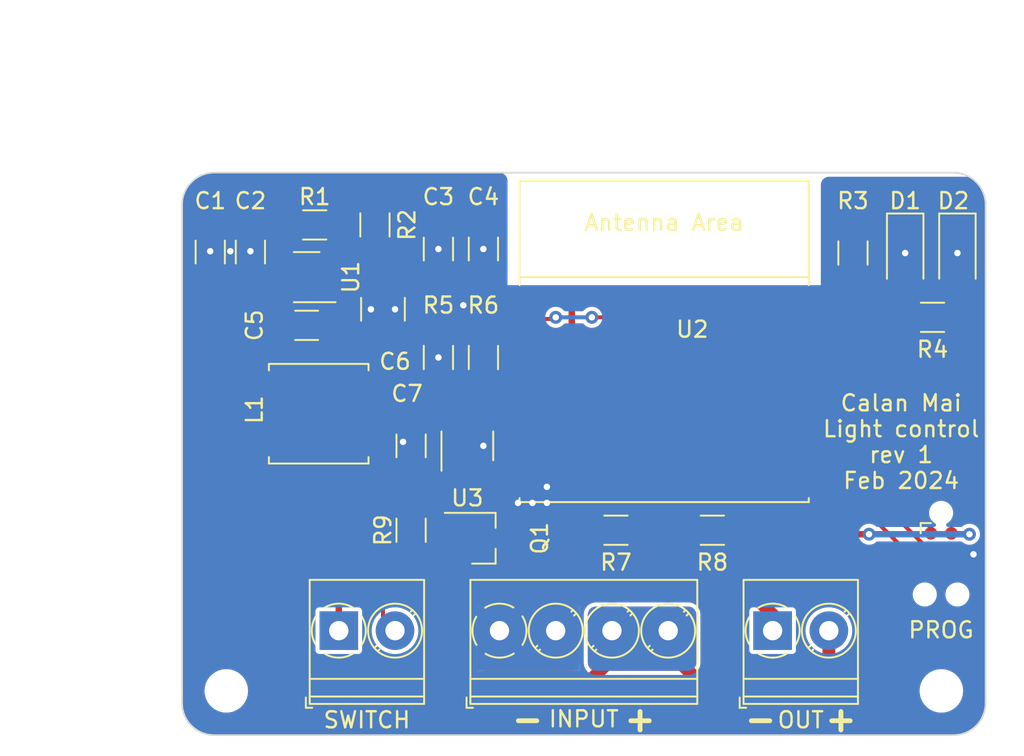
<source format=kicad_pcb>
(kicad_pcb (version 20221018) (generator pcbnew)
  (layers (0 "F.Cu" signal) (31 "B.Cu" signal) (34 "B.Paste" user) (35 "F.Paste" user) (36 "B.SilkS" user "B.Silkscreen") (37 "F.SilkS" user "F.Silkscreen") (38 "B.Mask" user) (39 "F.Mask" user) (44 "Edge.Cuts" user))
  (net 0 "")
  (net 1 "+12V")
  (net 2 "GND")
  (net 3 "VCC")
  (net 4 "/STATE")
  (net 5 "/CONTROL")
  (net 6 "/OUT")
  (net 7 "/CB")
  (net 8 "/SW")
  (net 9 "/FB")
  (net 10 "/EN")
  (net 11 "/TXD")
  (net 12 "/RXD")
  (net 13 "/INPUT")
  (net 14 "Net-(D1-A)")
  (net 15 "Net-(D2-A)")
  (net 16 "/BOOT")
  (net 17 "/IO6")
  (net 18 "/IO8")
  (net 19 "Net-(U2-GPIO2{slash}ADC1_CH2)")
  (net 20 "Net-(U2-GPIO3{slash}ADC1_CH3)")
  (net 26 "Net-(Q1-G)")
  (footprint "Capacitor_SMD:C_1206_3216Metric_Pad1.33x1.80mm_HandSolder" (layer "F.Cu") (at 104.25 54.9375 90)
    (fp_text reference "C2" (at 3.1875 0 180) (layer "F.SilkS"))
    (fp_text value "0.1uF")
    (fp_line (start -0.711252 -0.91) (end 0.711252 -0.91) (stroke (width 0.12)) (layer "F.SilkS"))
    (fp_line (start -0.711252 0.91) (end 0.711252 0.91) (stroke (width 0.12)) (layer "F.SilkS"))
    (pad "1" smd roundrect (at -1.5625 0 90) (size 1.325 1.8) (layers "F.Cu" "F.Paste" "F.Mask") (roundrect_rratio 0.188679) (net 1 "+12V"))
    (pad "2" smd roundrect (at 1.5625 0 90) (size 1.325 1.8) (layers "F.Cu" "F.Paste" "F.Mask") (roundrect_rratio 0.188679) (net 2 "GND"))
  )
  (footprint "Package_TO_SOT_SMD:SOT-23_Handsoldering" (layer "F.Cu") (at 118.75 72.75)
    (fp_text reference "Q1" (at 3.5 0 -90) (layer "F.SilkS"))
    (fp_text value "BSS806")
    (fp_line (start 0.76 -1.58) (end -2.4 -1.58) (stroke (width 0.12)) (layer "F.SilkS"))
    (fp_line (start 0.76 -1.58) (end 0.76 -0.65) (stroke (width 0.12)) (layer "F.SilkS"))
    (fp_line (start 0.76 1.58) (end -0.7 1.58) (stroke (width 0.12)) (layer "F.SilkS"))
    (fp_line (start 0.76 1.58) (end 0.76 0.65) (stroke (width 0.12)) (layer "F.SilkS"))
    (pad "1" smd rect (at -1.5 -0.95) (size 1.9 0.8) (layers "F.Cu" "F.Paste" "F.Mask") (net 26 "Net-(Q1-G)"))
    (pad "2" smd rect (at -1.5 0.95) (size 1.9 0.8) (layers "F.Cu" "F.Paste" "F.Mask") (net 2 "GND"))
    (pad "3" smd rect (at 1.5 0) (size 1.9 0.8) (layers "F.Cu" "F.Paste" "F.Mask") (net 6 "/OUT"))
  )
  (footprint "Capacitor_SMD:C_1210_3225Metric_Pad1.33x2.70mm_HandSolder" (layer "F.Cu") (at 112.5 58.5 90)
    (fp_text reference "C6" (at -3.25 0.75) (layer "F.SilkS"))
    (fp_text value "10uF")
    (fp_line (start -0.711252 -1.36) (end 0.711252 -1.36) (stroke (width 0.12)) (layer "F.SilkS"))
    (fp_line (start -0.711252 1.36) (end 0.711252 1.36) (stroke (width 0.12)) (layer "F.SilkS"))
    (pad "1" smd roundrect (at -1.5625 0 90) (size 1.325 2.7) (layers "F.Cu" "F.Paste" "F.Mask") (roundrect_rratio 0.188679) (net 3 "VCC"))
    (pad "2" smd roundrect (at 1.5625 0 90) (size 1.325 2.7) (layers "F.Cu" "F.Paste" "F.Mask") (roundrect_rratio 0.188679) (net 2 "GND"))
  )
  (footprint "Package_TO_SOT_SMD:SOT-23-5_HandSoldering" (layer "F.Cu") (at 117.75 67 90)
    (fp_text reference "U3" (at -3.25 0) (layer "F.SilkS"))
    (fp_text value "74LVC1G86" hide)
    (fp_line (start -0.9 1.61) (end 0.9 1.61) (stroke (width 0.12)) (layer "F.SilkS"))
    (fp_line (start 0.9 -1.61) (end -1.55 -1.61) (stroke (width 0.12)) (layer "F.SilkS"))
    (pad "1" smd rect (at -1.35 -0.95 90) (size 1.56 0.65) (layers "F.Cu" "F.Paste" "F.Mask") (net 5 "/CONTROL"))
    (pad "2" smd rect (at -1.35 0 90) (size 1.56 0.65) (layers "F.Cu" "F.Paste" "F.Mask") (net 13 "/INPUT"))
    (pad "3" smd rect (at -1.35 0.95 90) (size 1.56 0.65) (layers "F.Cu" "F.Paste" "F.Mask") (net 2 "GND"))
    (pad "4" smd rect (at 1.35 0.95 90) (size 1.56 0.65) (layers "F.Cu" "F.Paste" "F.Mask") (net 4 "/STATE"))
    (pad "5" smd rect (at 1.35 -0.95 90) (size 1.56 0.65) (layers "F.Cu" "F.Paste" "F.Mask") (net 3 "VCC"))
  )
  (footprint "LED_SMD:LED_1206_3216Metric_Pad1.42x1.75mm_HandSolder" (layer "F.Cu") (at 148.25 55 -90)
    (fp_text reference "D2" (at -3.25 0.25) (layer "F.SilkS"))
    (fp_text value "LED")
    (fp_line (start -2.46 -1.135) (end -2.46 1.135) (stroke (width 0.12)) (layer "F.SilkS"))
    (fp_line (start -2.46 1.135) (end 1.6 1.135) (stroke (width 0.12)) (layer "F.SilkS"))
    (fp_line (start 1.6 -1.135) (end -2.46 -1.135) (stroke (width 0.12)) (layer "F.SilkS"))
    (pad "1" smd roundrect (at -1.4875 0 270) (size 1.425 1.75) (layers "F.Cu" "F.Paste" "F.Mask") (roundrect_rratio 0.175439) (net 2 "GND"))
    (pad "2" smd roundrect (at 1.4875 0 270) (size 1.425 1.75) (layers "F.Cu" "F.Paste" "F.Mask") (roundrect_rratio 0.175439) (net 15 "Net-(D2-A)"))
  )
  (footprint "MountingHole:MountingHole_2.2mm_M2" (layer "F.Cu") (at 147.25 82.25)
    (fp_text reference "H2" hide)
    (fp_text value "MountingHole")
    (pad "" np_thru_hole circle (at 0 0) (size 2.2 2.2) (drill 2.2) (layers "*.Cu" "*.Mask"))
  )
  (footprint "Resistor_SMD:R_1206_3216Metric_Pad1.30x1.75mm_HandSolder" (layer "F.Cu") (at 112 53.25 -90)
    (fp_text reference "R2" (at 0 -2 90) (layer "F.SilkS"))
    (fp_text value "69.06k")
    (fp_line (start -0.727064 -0.91) (end 0.727064 -0.91) (stroke (width 0.12)) (layer "F.SilkS"))
    (fp_line (start -0.727064 0.91) (end 0.727064 0.91) (stroke (width 0.12)) (layer "F.SilkS"))
    (pad "1" smd roundrect (at -1.55 0 270) (size 1.3 1.75) (layers "F.Cu" "F.Paste" "F.Mask") (roundrect_rratio 0.192308) (net 9 "/FB"))
    (pad "2" smd roundrect (at 1.55 0 270) (size 1.3 1.75) (layers "F.Cu" "F.Paste" "F.Mask") (roundrect_rratio 0.192308) (net 3 "VCC"))
  )
  (footprint "LED_SMD:LED_1206_3216Metric_Pad1.42x1.75mm_HandSolder" (layer "F.Cu") (at 145 55 -90)
    (fp_text reference "D1" (at -3.25 0) (layer "F.SilkS"))
    (fp_text value "LED")
    (fp_line (start -2.46 -1.135) (end -2.46 1.135) (stroke (width 0.12)) (layer "F.SilkS"))
    (fp_line (start -2.46 1.135) (end 1.6 1.135) (stroke (width 0.12)) (layer "F.SilkS"))
    (fp_line (start 1.6 -1.135) (end -2.46 -1.135) (stroke (width 0.12)) (layer "F.SilkS"))
    (pad "1" smd roundrect (at -1.4875 0 270) (size 1.425 1.75) (layers "F.Cu" "F.Paste" "F.Mask") (roundrect_rratio 0.175439) (net 2 "GND"))
    (pad "2" smd roundrect (at 1.4875 0 270) (size 1.425 1.75) (layers "F.Cu" "F.Paste" "F.Mask") (roundrect_rratio 0.175439) (net 14 "Net-(D1-A)"))
  )
  (footprint "Resistor_SMD:R_1206_3216Metric_Pad1.30x1.75mm_HandSolder" (layer "F.Cu") (at 114.25 72.25 -90)
    (fp_text reference "R9" (at 0 1.75 90) (layer "F.SilkS"))
    (fp_text value "330")
    (fp_line (start -0.727064 -0.91) (end 0.727064 -0.91) (stroke (width 0.12)) (layer "F.SilkS"))
    (fp_line (start -0.727064 0.91) (end 0.727064 0.91) (stroke (width 0.12)) (layer "F.SilkS"))
    (pad "1" smd roundrect (at -1.55 0 270) (size 1.3 1.75) (layers "F.Cu" "F.Paste" "F.Mask") (roundrect_rratio 0.192308) (net 4 "/STATE"))
    (pad "2" smd roundrect (at 1.55 0 270) (size 1.3 1.75) (layers "F.Cu" "F.Paste" "F.Mask") (roundrect_rratio 0.192308) (net 26 "Net-(Q1-G)"))
  )
  (footprint "footprints:ESP32-C3-WROOM-02-NOTHERMAL" (layer "F.Cu") (at 130 63.5)
    (fp_text reference "U2" (at 1.75 -3.75) (layer "F.SilkS"))
    (fp_text value "ESP32-C3-WROOM-02-NOTHERMAL" hide)
    (fp_text user "Antenna Area" (at 0 -10.4) (layer "F.SilkS"))
    (fp_line (start -9 -13) (end -9 -6.5) (stroke (width 0.12)) (layer "F.SilkS"))
    (fp_line (start -9 -13) (end 9 -13) (stroke (width 0.12)) (layer "F.SilkS"))
    (fp_line (start -9 7) (end -9 6.75) (stroke (width 0.12)) (layer "F.SilkS"))
    (fp_line (start 9 -13) (end 9 -6.5) (stroke (width 0.12)) (layer "F.SilkS"))
    (fp_line (start 9 -7) (end -8.95 -7) (stroke (width 0.12)) (layer "F.SilkS"))
    (fp_line (start 9 6.75) (end 9 7) (stroke (width 0.12)) (layer "F.SilkS"))
    (fp_line (start 9 7) (end -9 7) (stroke (width 0.12)) (layer "F.SilkS"))
    (pad "1" smd rect (at -8.75 -5.9) (size 1.5 0.9) (layers "F.Cu" "F.Paste" "F.Mask") (net 3 "VCC"))
    (pad "2" smd rect (at -8.75 -4.4) (size 1.5 0.9) (layers "F.Cu" "F.Paste" "F.Mask") (net 10 "/EN"))
    (pad "3" smd rect (at -8.75 -2.9) (size 1.5 0.9) (layers "F.Cu" "F.Paste" "F.Mask") (net 5 "/CONTROL"))
    (pad "4" smd rect (at -8.75 -1.4) (size 1.5 0.9) (layers "F.Cu" "F.Paste" "F.Mask") (net 13 "/INPUT"))
    (pad "5" smd rect (at -8.75 0.1) (size 1.5 0.9) (layers "F.Cu" "F.Paste" "F.Mask") (net 17 "/IO6"))
    (pad "6" smd rect (at -8.75 1.6) (size 1.5 0.9) (layers "F.Cu" "F.Paste" "F.Mask") (net 4 "/STATE"))
    (pad "7" smd rect (at -8.75 3.1) (size 1.5 0.9) (layers "F.Cu" "F.Paste" "F.Mask") (net 18 "/IO8"))
    (pad "8" smd rect (at -8.75 4.6) (size 1.5 0.9) (layers "F.Cu" "F.Paste" "F.Mask") (net 16 "/BOOT"))
    (pad "9" smd rect (at -8.75 6.1) (size 1.5 0.9) (layers "F.Cu" "F.Paste" "F.Mask") (net 2 "GND"))
    (pad "10" smd rect (at 8.75 6.1 180) (size 1.5 0.9) (layers "F.Cu" "F.Paste" "F.Mask"))
    (pad "11" smd rect (at 8.75 4.6 180) (size 1.5 0.9) (layers "F.Cu" "F.Paste" "F.Mask") (net 12 "/RXD"))
    (pad "12" smd rect (at 8.75 3.1 180) (size 1.5 0.9) (layers "F.Cu" "F.Paste" "F.Mask") (net 11 "/TXD"))
    (pad "13" smd rect (at 8.75 1.6 180) (size 1.5 0.9) (layers "F.Cu" "F.Paste" "F.Mask"))
    (pad "14" smd rect (at 8.75 0.1 180) (size 1.5 0.9) (layers "F.Cu" "F.Paste" "F.Mask"))
    (pad "15" smd rect (at 8.75 -1.4 180) (size 1.5 0.9) (layers "F.Cu" "F.Paste" "F.Mask") (net 20 "Net-(U2-GPIO3{slash}ADC1_CH3)"))
    (pad "16" smd rect (at 8.75 -2.9 180) (size 1.5 0.9) (layers "F.Cu" "F.Paste" "F.Mask") (net 19 "Net-(U2-GPIO2{slash}ADC1_CH2)"))
    (pad "17" smd rect (at 8.75 -4.4 180) (size 1.5 0.9) (layers "F.Cu" "F.Paste" "F.Mask"))
    (pad "18" smd rect (at 8.75 -5.9 180) (size 1.5 0.9) (layers "F.Cu" "F.Paste" "F.Mask"))
    (zone (net 0) (net_name "") (layer "F.Cu") (connect_pads (clearance 0)) (min_thickness 0.25)
      (keepout (tracks not_allowed) (vias not_allowed) (pads not_allowed) (copperpour not_allowed) (footprints not_allowed))
      (fill (thermal_gap 0.5) (thermal_bridge_width 0.5))
      (polygon (pts (xy 129.365 62.23) (xy 132.54 62.23) (xy 132.54 65.405) (xy 129.365 65.405)))
    )
    (zone (net 0) (net_name "") (layers "*.Cu") (name "antenna keepout") (connect_pads (clearance 0)) (min_thickness 0.254)
      (keepout (tracks not_allowed) (vias not_allowed) (pads not_allowed) (copperpour not_allowed) (footprints not_allowed))
      (fill (thermal_gap 0.508) (thermal_bridge_width 0.508))
      (polygon (pts (xy 139 56.5) (xy 121 56.5) (xy 121 50.5) (xy 139 50.5)))
    )
  )
  (footprint "TerminalBlock_Phoenix:TerminalBlock_Phoenix_PT-1,5-4-3.5-H_1x04_P3.50mm_Horizontal" (layer "F.Cu") (at 119.75 78.5)
    (fp_text reference "J3" hide)
    (fp_text value "INPUT" (at 5.25 5.5) (layer "F.SilkS"))
    (fp_line (start -2.05 4.16) (end -2.05 4.8) (stroke (width 0.12)) (layer "F.SilkS"))
    (fp_line (start -2.05 4.8) (end -1.65 4.8) (stroke (width 0.12)) (layer "F.SilkS"))
    (fp_line (start -1.81 -3.16) (end -1.81 4.56) (stroke (width 0.12)) (layer "F.SilkS"))
    (fp_line (start -1.81 -3.16) (end 12.31 -3.16) (stroke (width 0.12)) (layer "F.SilkS"))
    (fp_line (start -1.81 3) (end 12.31 3) (stroke (width 0.12)) (layer "F.SilkS"))
    (fp_line (start -1.81 4.1) (end 12.31 4.1) (stroke (width 0.12)) (layer "F.SilkS"))
    (fp_line (start -1.81 4.56) (end 12.31 4.56) (stroke (width 0.12)) (layer "F.SilkS"))
    (fp_line (start 2.355 0.941) (end 2.226 1.069) (stroke (width 0.12)) (layer "F.SilkS"))
    (fp_line (start 2.525 1.181) (end 2.431 1.274) (stroke (width 0.12)) (layer "F.SilkS"))
    (fp_line (start 4.57 -1.275) (end 4.476 -1.181) (stroke (width 0.12)) (layer "F.SilkS"))
    (fp_line (start 4.775 -1.069) (end 4.646 -0.941) (stroke (width 0.12)) (layer "F.SilkS"))
    (fp_line (start 5.855 0.941) (end 5.726 1.069) (stroke (width 0.12)) (layer "F.SilkS"))
    (fp_line (start 6.025 1.181) (end 5.931 1.274) (stroke (width 0.12)) (layer "F.SilkS"))
    (fp_line (start 8.07 -1.275) (end 7.976 -1.181) (stroke (width 0.12)) (layer "F.SilkS"))
    (fp_line (start 8.275 -1.069) (end 8.146 -0.941) (stroke (width 0.12)) (layer "F.SilkS"))
    (fp_line (start 9.355 0.941) (end 9.226 1.069) (stroke (width 0.12)) (layer "F.SilkS"))
    (fp_line (start 9.525 1.181) (end 9.431 1.274) (stroke (width 0.12)) (layer "F.SilkS"))
    (fp_line (start 11.57 -1.275) (end 11.476 -1.181) (stroke (width 0.12)) (layer "F.SilkS"))
    (fp_line (start 11.775 -1.069) (end 11.646 -0.941) (stroke (width 0.12)) (layer "F.SilkS"))
    (fp_line (start 12.31 -3.16) (end 12.31 4.56) (stroke (width 0.12)) (layer "F.SilkS"))
    (fp_arc (start -1.425358 0.889894) (mid -1.680286 0.014012) (end -1.44 -0.866) (stroke (width 0.12)) (layer "F.SilkS"))
    (fp_arc (start -0.889894 -1.425358) (mid -0.014012 -1.680286) (end 0.866 -1.44) (stroke (width 0.12)) (layer "F.SilkS"))
    (fp_arc (start 0.028674 1.680099) (mid -0.435535 1.622918) (end -0.866 1.44) (stroke (width 0.12)) (layer "F.SilkS"))
    (fp_arc (start 0.890264 1.424721) (mid 0.463071 1.61492) (end 0 1.68) (stroke (width 0.12)) (layer "F.SilkS"))
    (fp_arc (start 1.425504 -0.890193) (mid 1.680626 0.000476) (end 1.425 0.891) (stroke (width 0.12)) (layer "F.SilkS"))
    (fp_circle (center 3.5 0) (end 5.18 0) (stroke (width 0.12)) (fill none) (layer "F.SilkS"))
    (fp_circle (center 7 0) (end 8.68 0) (stroke (width 0.12)) (fill none) (layer "F.SilkS"))
    (fp_circle (center 10.5 0) (end 12.18 0) (stroke (width 0.12)) (fill none) (layer "F.SilkS"))
    (pad "1" thru_hole rect (at 0 0) (size 2.4 2.4) (drill 1.2) (layers "*.Cu" "*.Mask") (net 2 "GND"))
    (pad "2" thru_hole circle (at 3.5 0) (size 2.4 2.4) (drill 1.2) (layers "*.Cu" "*.Mask") (net 2 "GND"))
    (pad "3" thru_hole circle (at 7 0) (size 2.4 2.4) (drill 1.2) (layers "*.Cu" "*.Mask") (net 1 "+12V"))
    (pad "4" thru_hole circle (at 10.5 0) (size 2.4 2.4) (drill 1.2) (layers "*.Cu" "*.Mask") (net 1 "+12V"))
  )
  (footprint "Inductor_SMD:L_TDK_VLS6045EX_VLS6045AF" (layer "F.Cu") (at 108.5 65)
    (fp_text reference "L1" (at -4 -0.25 90 unlocked) (layer "F.SilkS"))
    (fp_text value "22uH")
    (fp_line (start -3.1 -3.1) (end -3.1 -2.7) (stroke (width 0.12)) (layer "F.SilkS"))
    (fp_line (start -3.1 -3.1) (end 3.1 -3.1) (stroke (width 0.12)) (layer "F.SilkS"))
    (fp_line (start -3.1 3.1) (end -3.1 2.7) (stroke (width 0.12)) (layer "F.SilkS"))
    (fp_line (start -3.1 3.1) (end 3.1 3.1) (stroke (width 0.12)) (layer "F.SilkS"))
    (fp_line (start 3.1 -3.1) (end 3.1 -2.7) (stroke (width 0.12)) (layer "F.SilkS"))
    (fp_line (start 3.1 3.1) (end 3.1 2.7) (stroke (width 0.12)) (layer "F.SilkS"))
    (pad "1" smd roundrect (at -2.1 0) (size 1.9 5.1) (layers "F.Cu" "F.Paste" "F.Mask") (net 8 "/SW"))
    (pad "2" smd roundrect (at 2.1 0) (size 1.9 5.1) (layers "F.Cu" "F.Paste" "F.Mask") (net 3 "VCC"))
  )
  (footprint "Capacitor_SMD:C_1206_3216Metric_Pad1.33x1.80mm_HandSolder" (layer "F.Cu") (at 114.25 67 90)
    (fp_text reference "C7" (at 3.25 -0.25) (layer "F.SilkS"))
    (fp_text value "0.1uF")
    (fp_line (start -0.711252 -0.91) (end 0.711252 -0.91) (stroke (width 0.12)) (layer "F.SilkS"))
    (fp_line (start -0.711252 0.91) (end 0.711252 0.91) (stroke (width 0.12)) (layer "F.SilkS"))
    (pad "1" smd roundrect (at -1.5625 0 90) (size 1.325 1.8) (layers "F.Cu" "F.Paste" "F.Mask") (roundrect_rratio 0.188679) (net 3 "VCC"))
    (pad "2" smd roundrect (at 1.5625 0 90) (size 1.325 1.8) (layers "F.Cu" "F.Paste" "F.Mask") (roundrect_rratio 0.188679) (net 2 "GND"))
  )
  (footprint "Resistor_SMD:R_1206_3216Metric_Pad1.30x1.75mm_HandSolder" (layer "F.Cu") (at 146.7 59 180)
    (fp_text reference "R4" (at 0 -2 180) (layer "F.SilkS"))
    (fp_text value "R")
    (fp_line (start -0.727064 -0.91) (end 0.727064 -0.91) (stroke (width 0.12)) (layer "F.SilkS"))
    (fp_line (start -0.727064 0.91) (end 0.727064 0.91) (stroke (width 0.12)) (layer "F.SilkS"))
    (pad "1" smd roundrect (at -1.55 0 180) (size 1.3 1.75) (layers "F.Cu" "F.Paste" "F.Mask") (roundrect_rratio 0.192308) (net 15 "Net-(D2-A)"))
    (pad "2" smd roundrect (at 1.55 0 180) (size 1.3 1.75) (layers "F.Cu" "F.Paste" "F.Mask") (roundrect_rratio 0.192308) (net 20 "Net-(U2-GPIO3{slash}ADC1_CH3)"))
  )
  (footprint "MountingHole:MountingHole_2.2mm_M2" (layer "F.Cu") (at 102.75 82.25)
    (fp_text reference "H1" hide)
    (fp_text value "MountingHole")
    (pad "" np_thru_hole circle (at 0 0) (size 2.2 2.2) (drill 2.2) (layers "*.Cu" "*.Mask"))
  )
  (footprint "Resistor_SMD:R_1206_3216Metric_Pad1.30x1.75mm_HandSolder" (layer "F.Cu") (at 133 72.25 180)
    (fp_text reference "R8" (at 0 -2) (layer "F.SilkS"))
    (fp_text value "10k")
    (fp_line (start -0.727064 -0.91) (end 0.727064 -0.91) (stroke (width 0.12)) (layer "F.SilkS"))
    (fp_line (start -0.727064 0.91) (end 0.727064 0.91) (stroke (width 0.12)) (layer "F.SilkS"))
    (pad "1" smd roundrect (at -1.55 0 180) (size 1.3 1.75) (layers "F.Cu" "F.Paste" "F.Mask") (roundrect_rratio 0.192308) (net 3 "VCC"))
    (pad "2" smd roundrect (at 1.55 0 180) (size 1.3 1.75) (layers "F.Cu" "F.Paste" "F.Mask") (roundrect_rratio 0.192308) (net 17 "/IO6"))
  )
  (footprint "Capacitor_SMD:C_1206_3216Metric_Pad1.33x1.80mm_HandSolder" (layer "F.Cu") (at 107.75 59.5 180)
    (fp_text reference "C5" (at 3.25 0 90) (layer "F.SilkS"))
    (fp_text value "0.1uF")
    (fp_line (start -0.711252 -0.91) (end 0.711252 -0.91) (stroke (width 0.12)) (layer "F.SilkS"))
    (fp_line (start -0.711252 0.91) (end 0.711252 0.91) (stroke (width 0.12)) (layer "F.SilkS"))
    (pad "1" smd roundrect (at -1.5625 0 180) (size 1.325 1.8) (layers "F.Cu" "F.Paste" "F.Mask") (roundrect_rratio 0.188679) (net 7 "/CB"))
    (pad "2" smd roundrect (at 1.5625 0 180) (size 1.325 1.8) (layers "F.Cu" "F.Paste" "F.Mask") (roundrect_rratio 0.188679) (net 8 "/SW"))
  )
  (footprint "Connector:Tag-Connect_TC2030-IDC-NL_2x03_P1.27mm_Vertical" (layer "F.Cu") (at 147.234 73.71 -90)
    (fp_text reference "J1" hide)
    (fp_text value "PROG" (at 4.75 0) (layer "F.SilkS"))
    (fp_line (start -1.905 1.27) (end -1.905 0.635) (stroke (width 0.12)) (layer "F.SilkS"))
    (fp_line (start -1.27 1.27) (end -1.905 1.27) (stroke (width 0.12)) (layer "F.SilkS"))
    (pad "" np_thru_hole circle (at -2.54 0 270) (size 0.9906 0.9906) (drill 0.9906) (layers "*.Cu" "*.Mask"))
    (pad "" np_thru_hole circle (at 2.54 -1.016 270) (size 0.9906 0.9906) (drill 0.9906) (layers "*.Cu" "*.Mask"))
    (pad "" np_thru_hole circle (at 2.54 1.016 270) (size 0.9906 0.9906) (drill 0.9906) (layers "*.Cu" "*.Mask"))
    (pad "1" connect circle (at -1.27 0.635 270) (size 0.7874 0.7874) (layers "F.Cu" "F.Mask") (net 10 "/EN"))
    (pad "2" connect circle (at -1.27 -0.635 270) (size 0.7874 0.7874) (layers "F.Cu" "F.Mask") (net 3 "VCC"))
    (pad "3" connect circle (at 0 0.635 270) (size 0.7874 0.7874) (layers "F.Cu" "F.Mask") (net 11 "/TXD"))
    (pad "4" connect circle (at 0 -0.635 270) (size 0.7874 0.7874) (layers "F.Cu" "F.Mask") (net 2 "GND"))
    (pad "5" connect circle (at 1.27 0.635 270) (size 0.7874 0.7874) (layers "F.Cu" "F.Mask") (net 12 "/RXD"))
    (pad "6" connect circle (at 1.27 -0.635 270) (size 0.7874 0.7874) (layers "F.Cu" "F.Mask") (net 16 "/BOOT"))
    (zone (net 0) (net_name "") (layer "F.Cu") (connect_pads (clearance 0)) (min_thickness 0.254)
      (keepout (tracks allowed) (vias not_allowed) (pads allowed) (copperpour not_allowed) (footprints not_allowed))
      (fill (thermal_gap 0.508) (thermal_bridge_width 0.508))
      (polygon (pts (xy 147.869 74.98) (xy 147.869 72.44) (xy 146.599 72.44) (xy 146.599 74.98)))
    )
  )
  (footprint "Capacitor_SMD:C_1206_3216Metric_Pad1.33x1.80mm_HandSolder" (layer "F.Cu") (at 118.75 54.75 90)
    (fp_text reference "C4" (at 3.25 0 180) (layer "F.SilkS"))
    (fp_text value "0.1uF")
    (fp_line (start -0.711252 -0.91) (end 0.711252 -0.91) (stroke (width 0.12)) (layer "F.SilkS"))
    (fp_line (start -0.711252 0.91) (end 0.711252 0.91) (stroke (width 0.12)) (layer "F.SilkS"))
    (pad "1" smd roundrect (at -1.5625 0 90) (size 1.325 1.8) (layers "F.Cu" "F.Paste" "F.Mask") (roundrect_rratio 0.188679) (net 3 "VCC"))
    (pad "2" smd roundrect (at 1.5625 0 90) (size 1.325 1.8) (layers "F.Cu" "F.Paste" "F.Mask") (roundrect_rratio 0.188679) (net 2 "GND"))
  )
  (footprint "TerminalBlock_Phoenix:TerminalBlock_Phoenix_PT-1,5-2-3.5-H_1x02_P3.50mm_Horizontal" (layer "F.Cu") (at 109.75 78.5)
    (fp_text reference "J2" hide)
    (fp_text value "SWITCH" (at 1.75 5.56) (layer "F.SilkS"))
    (fp_line (start -2.05 4.16) (end -2.05 4.8) (stroke (width 0.12)) (layer "F.SilkS"))
    (fp_line (start -2.05 4.8) (end -1.65 4.8) (stroke (width 0.12)) (layer "F.SilkS"))
    (fp_line (start -1.81 -3.16) (end -1.81 4.56) (stroke (width 0.12)) (layer "F.SilkS"))
    (fp_line (start -1.81 -3.16) (end 5.31 -3.16) (stroke (width 0.12)) (layer "F.SilkS"))
    (fp_line (start -1.81 3) (end 5.31 3) (stroke (width 0.12)) (layer "F.SilkS"))
    (fp_line (start -1.81 4.1) (end 5.31 4.1) (stroke (width 0.12)) (layer "F.SilkS"))
    (fp_line (start -1.81 4.56) (end 5.31 4.56) (stroke (width 0.12)) (layer "F.SilkS"))
    (fp_line (start 2.355 0.941) (end 2.226 1.069) (stroke (width 0.12)) (layer "F.SilkS"))
    (fp_line (start 2.525 1.181) (end 2.431 1.274) (stroke (width 0.12)) (layer "F.SilkS"))
    (fp_line (start 4.57 -1.275) (end 4.476 -1.181) (stroke (width 0.12)) (layer "F.SilkS"))
    (fp_line (start 4.775 -1.069) (end 4.646 -0.941) (stroke (width 0.12)) (layer "F.SilkS"))
    (fp_line (start 5.31 -3.16) (end 5.31 4.56) (stroke (width 0.12)) (layer "F.SilkS"))
    (fp_arc (start -1.425358 0.889894) (mid -1.680286 0.014012) (end -1.44 -0.866) (stroke (width 0.12)) (layer "F.SilkS"))
    (fp_arc (start -0.889894 -1.425358) (mid -0.014012 -1.680286) (end 0.866 -1.44) (stroke (width 0.12)) (layer "F.SilkS"))
    (fp_arc (start 0.028674 1.680099) (mid -0.435535 1.622918) (end -0.866 1.44) (stroke (width 0.12)) (layer "F.SilkS"))
    (fp_arc (start 0.890264 1.424721) (mid 0.463071 1.61492) (end 0 1.68) (stroke (width 0.12)) (layer "F.SilkS"))
    (fp_arc (start 1.425504 -0.890193) (mid 1.680626 0.000476) (end 1.425 0.891) (stroke (width 0.12)) (layer "F.SilkS"))
    (fp_circle (center 3.5 0) (end 5.18 0) (stroke (width 0.12)) (fill none) (layer "F.SilkS"))
    (pad "1" thru_hole rect (at 0 0) (size 2.4 2.4) (drill 1.2) (layers "*.Cu" "*.Mask") (net 3 "VCC"))
    (pad "2" thru_hole circle (at 3.5 0) (size 2.4 2.4) (drill 1.2) (layers "*.Cu" "*.Mask") (net 13 "/INPUT"))
  )
  (footprint "Package_TO_SOT_SMD:SOT-23-6" (layer "F.Cu") (at 107.75 56.5 180)
    (fp_text reference "U1" (at -2.75 0 270) (layer "F.SilkS"))
    (fp_text value "LMR51610XDBVR")
    (fp_line (start 0 -1.56) (end -1.8 -1.56) (stroke (width 0.12)) (layer "F.SilkS"))
    (fp_line (start 0 -1.56) (end 0.8 -1.56) (stroke (width 0.12)) (layer "F.SilkS"))
    (fp_line (start 0 1.56) (end -0.8 1.56) (stroke (width 0.12)) (layer "F.SilkS"))
    (fp_line (start 0 1.56) (end 0.8 1.56) (stroke (width 0.12)) (layer "F.SilkS"))
    (pad "1" smd roundrect (at -1.1375 -0.95 180) (size 1.325 0.6) (layers "F.Cu" "F.Paste" "F.Mask") (net 7 "/CB"))
    (pad "2" smd roundrect (at -1.1375 0 180) (size 1.325 0.6) (layers "F.Cu" "F.Paste" "F.Mask") (net 2 "GND"))
    (pad "3" smd roundrect (at -1.1375 0.95 180) (size 1.325 0.6) (layers "F.Cu" "F.Paste" "F.Mask") (net 9 "/FB"))
    (pad "4" smd roundrect (at 1.1375 0.95 180) (size 1.325 0.6) (layers "F.Cu" "F.Paste" "F.Mask") (net 1 "+12V"))
    (pad "5" smd roundrect (at 1.1375 0 180) (size 1.325 0.6) (layers "F.Cu" "F.Paste" "F.Mask") (net 1 "+12V"))
    (pad "6" smd roundrect (at 1.1375 -0.95 180) (size 1.325 0.6) (layers "F.Cu" "F.Paste" "F.Mask") (net 8 "/SW"))
  )
  (footprint "Capacitor_SMD:C_1206_3216Metric_Pad1.33x1.80mm_HandSolder" (layer "F.Cu") (at 101.75 54.9375 90)
    (fp_text reference "C1" (at 3.1875 0) (layer "F.SilkS"))
    (fp_text value "2.2uF")
    (fp_line (start -0.711252 -0.91) (end 0.711252 -0.91) (stroke (width 0.12)) (layer "F.SilkS"))
    (fp_line (start -0.711252 0.91) (end 0.711252 0.91) (stroke (width 0.12)) (layer "F.SilkS"))
    (pad "1" smd roundrect (at -1.5625 0 90) (size 1.325 1.8) (layers "F.Cu" "F.Paste" "F.Mask") (roundrect_rratio 0.188679) (net 1 "+12V"))
    (pad "2" smd roundrect (at 1.5625 0 90) (size 1.325 1.8) (layers "F.Cu" "F.Paste" "F.Mask") (roundrect_rratio 0.188679) (net 2 "GND"))
  )
  (footprint "Resistor_SMD:R_1206_3216Metric_Pad1.30x1.75mm_HandSolder" (layer "F.Cu") (at 108.25 53.25 180)
    (fp_text reference "R1" (at 0 1.75 180) (layer "F.SilkS"))
    (fp_text value "22.1k")
    (fp_line (start -0.727064 -0.91) (end 0.727064 -0.91) (stroke (width 0.12)) (layer "F.SilkS"))
    (fp_line (start -0.727064 0.91) (end 0.727064 0.91) (stroke (width 0.12)) (layer "F.SilkS"))
    (pad "1" smd roundrect (at -1.55 0 180) (size 1.3 1.75) (layers "F.Cu" "F.Paste" "F.Mask") (roundrect_rratio 0.192308) (net 9 "/FB"))
    (pad "2" smd roundrect (at 1.55 0 180) (size 1.3 1.75) (layers "F.Cu" "F.Paste" "F.Mask") (roundrect_rratio 0.192308) (net 2 "GND"))
  )
  (footprint "Capacitor_SMD:C_1206_3216Metric_Pad1.33x1.80mm_HandSolder" (layer "F.Cu") (at 115.95 54.75 90)
    (fp_text reference "C3" (at 3.25 0 180) (layer "F.SilkS"))
    (fp_text value "10uF")
    (fp_line (start -0.711252 -0.91) (end 0.711252 -0.91) (stroke (width 0.12)) (layer "F.SilkS"))
    (fp_line (start -0.711252 0.91) (end 0.711252 0.91) (stroke (width 0.12)) (layer "F.SilkS"))
    (pad "1" smd roundrect (at -1.5625 0 90) (size 1.325 1.8) (layers "F.Cu" "F.Paste" "F.Mask") (roundrect_rratio 0.188679) (net 3 "VCC"))
    (pad "2" smd roundrect (at 1.5625 0 90) (size 1.325 1.8) (layers "F.Cu" "F.Paste" "F.Mask") (roundrect_rratio 0.188679) (net 2 "GND"))
  )
  (footprint "Resistor_SMD:R_1206_3216Metric_Pad1.30x1.75mm_HandSolder" (layer "F.Cu") (at 118.75 61.5 90)
    (fp_text reference "R6" (at 3.25 0 180) (layer "F.SilkS"))
    (fp_text value "10k")
    (fp_line (start -0.727064 -0.91) (end 0.727064 -0.91) (stroke (width 0.12)) (layer "F.SilkS"))
    (fp_line (start -0.727064 0.91) (end 0.727064 0.91) (stroke (width 0.12)) (layer "F.SilkS"))
    (pad "1" smd roundrect (at -1.55 0 90) (size 1.3 1.75) (layers "F.Cu" "F.Paste" "F.Mask") (roundrect_rratio 0.192308) (net 13 "/INPUT"))
    (pad "2" smd roundrect (at 1.55 0 90) (size 1.3 1.75) (layers "F.Cu" "F.Paste" "F.Mask") (roundrect_rratio 0.192308) (net 2 "GND"))
  )
  (footprint "TerminalBlock_Phoenix:TerminalBlock_Phoenix_PT-1,5-2-3.5-H_1x02_P3.50mm_Horizontal" (layer "F.Cu") (at 136.75 78.5)
    (fp_text reference "J4" hide)
    (fp_text value "OUT" (at 1.75 5.56) (layer "F.SilkS"))
    (fp_line (start -2.05 4.16) (end -2.05 4.8) (stroke (width 0.12)) (layer "F.SilkS"))
    (fp_line (start -2.05 4.8) (end -1.65 4.8) (stroke (width 0.12)) (layer "F.SilkS"))
    (fp_line (start -1.81 -3.16) (end -1.81 4.56) (stroke (width 0.12)) (layer "F.SilkS"))
    (fp_line (start -1.81 -3.16) (end 5.31 -3.16) (stroke (width 0.12)) (layer "F.SilkS"))
    (fp_line (start -1.81 3) (end 5.31 3) (stroke (width 0.12)) (layer "F.SilkS"))
    (fp_line (start -1.81 4.1) (end 5.31 4.1) (stroke (width 0.12)) (layer "F.SilkS"))
    (fp_line (start -1.81 4.56) (end 5.31 4.56) (stroke (width 0.12)) (layer "F.SilkS"))
    (fp_line (start 2.355 0.941) (end 2.226 1.069) (stroke (width 0.12)) (layer "F.SilkS"))
    (fp_line (start 2.525 1.181) (end 2.431 1.274) (stroke (width 0.12)) (layer "F.SilkS"))
    (fp_line (start 4.57 -1.275) (end 4.476 -1.181) (stroke (width 0.12)) (layer "F.SilkS"))
    (fp_line (start 4.775 -1.069) (end 4.646 -0.941) (stroke (width 0.12)) (layer "F.SilkS"))
    (fp_line (start 5.31 -3.16) (end 5.31 4.56) (stroke (width 0.12)) (layer "F.SilkS"))
    (fp_arc (start -1.425358 0.889894) (mid -1.680286 0.014012) (end -1.44 -0.866) (stroke (width 0.12)) (layer "F.SilkS"))
    (fp_arc (start -0.889894 -1.425358) (mid -0.014012 -1.680286) (end 0.866 -1.44) (stroke (width 0.12)) (layer "F.SilkS"))
    (fp_arc (start 0.028674 1.680099) (mid -0.435535 1.622918) (end -0.866 1.44) (stroke (width 0.12)) (layer "F.SilkS"))
    (fp_arc (start 0.890264 1.424721) (mid 0.463071 1.61492) (end 0 1.68) (stroke (width 0.12)) (layer "F.SilkS"))
    (fp_arc (start 1.425504 -0.890193) (mid 1.680626 0.000476) (end 1.425 0.891) (stroke (width 0.12)) (layer "F.SilkS"))
    (fp_circle (center 3.5 0) (end 5.18 0) (stroke (width 0.12)) (fill none) (layer "F.SilkS"))
    (pad "1" thru_hole rect (at 0 0) (size 2.4 2.4) (drill 1.2) (layers "*.Cu" "*.Mask") (net 6 "/OUT"))
    (pad "2" thru_hole circle (at 3.5 0) (size 2.4 2.4) (drill 1.2) (layers "*.Cu" "*.Mask") (net 1 "+12V"))
  )
  (footprint "Resistor_SMD:R_1206_3216Metric_Pad1.30x1.75mm_HandSolder" (layer "F.Cu") (at 115.95 61.5 90)
    (fp_text reference "R5" (at 3.25 0) (layer "F.SilkS"))
    (fp_text value "10k")
    (fp_line (start -0.727064 -0.91) (end 0.727064 -0.91) (stroke (width 0.12)) (layer "F.SilkS"))
    (fp_line (start -0.727064 0.91) (end 0.727064 0.91) (stroke (width 0.12)) (layer "F.SilkS"))
    (pad "1" smd roundrect (at -1.55 0 90) (size 1.3 1.75) (layers "F.Cu" "F.Paste" "F.Mask") (roundrect_rratio 0.192308) (net 5 "/CONTROL"))
    (pad "2" smd roundrect (at 1.55 0 90) (size 1.3 1.75) (layers "F.Cu" "F.Paste" "F.Mask") (roundrect_rratio 0.192308) (net 2 "GND"))
  )
  (footprint "Resistor_SMD:R_1206_3216Metric_Pad1.30x1.75mm_HandSolder" (layer "F.Cu") (at 127 72.25)
    (fp_text reference "R7" (at 0 2) (layer "F.SilkS"))
    (fp_text value "10k")
    (fp_line (start -0.727064 -0.91) (end 0.727064 -0.91) (stroke (width 0.12)) (layer "F.SilkS"))
    (fp_line (start -0.727064 0.91) (end 0.727064 0.91) (stroke (width 0.12)) (layer "F.SilkS"))
    (pad "1" smd roundrect (at -1.55 0) (size 1.3 1.75) (layers "F.Cu" "F.Paste" "F.Mask") (roundrect_rratio 0.192308) (net 18 "/IO8"))
    (pad "2" smd roundrect (at 1.55 0) (size 1.3 1.75) (layers "F.Cu" "F.Paste" "F.Mask") (roundrect_rratio 0.192308) (net 3 "VCC"))
  )
  (footprint "Resistor_SMD:R_1206_3216Metric_Pad1.30x1.75mm_HandSolder" (layer "F.Cu") (at 141.75 55 -90)
    (fp_text reference "R3" (at -3.25 0 -180) (layer "F.SilkS"))
    (fp_text value "R")
    (fp_line (start -0.727064 -0.91) (end 0.727064 -0.91) (stroke (width 0.12)) (layer "F.SilkS"))
    (fp_line (start -0.727064 0.91) (end 0.727064 0.91) (stroke (width 0.12)) (layer "F.SilkS"))
    (pad "1" smd roundrect (at -1.55 0 270) (size 1.3 1.75) (layers "F.Cu" "F.Paste" "F.Mask") (roundrect_rratio 0.192308) (net 14 "Net-(D1-A)"))
    (pad "2" smd roundrect (at 1.55 0 270) (size 1.3 1.75) (layers "F.Cu" "F.Paste" "F.Mask") (roundrect_rratio 0.192308) (net 19 "Net-(U2-GPIO2{slash}ADC1_CH2)"))
  )
  (gr_line (start 147.999999 84.999999) (end 102 85) (stroke (width 0.1)) (layer "Edge.Cuts"))
  (gr_arc (start 100 52.000001) (mid 100.585786 50.585787) (end 102 50.000001) (stroke (width 0.1)) (layer "Edge.Cuts"))
  (gr_arc (start 149.999999 82.999999) (mid 149.414213 84.414213) (end 147.999999 84.999999) (stroke (width 0.1)) (layer "Edge.Cuts"))
  (gr_line (start 150 52) (end 150 83) (stroke (width 0.1)) (layer "Edge.Cuts"))
  (gr_line (start 100 83) (end 100 52) (stroke (width 0.1)) (layer "Edge.Cuts"))
  (gr_line (start 102 50.000001) (end 148 50) (stroke (width 0.1)) (layer "Edge.Cuts"))
  (gr_arc (start 102 85) (mid 100.585786 84.414214) (end 100 83) (stroke (width 0.1)) (layer "Edge.Cuts"))
  (gr_arc (start 148 50) (mid 149.414214 50.585786) (end 150 52) (stroke (width 0.1)) (layer "Edge.Cuts"))
  (gr_text "Calan Mai\nLight control\nrev 1\nFeb 2024" (at 144.75 66.75) (layer "F.SilkS") (effects (font (size 1 1))))
  (gr_text "+" (at 128.5 84) (layer "F.SilkS") (effects (font (size 1.5 1.5) (thickness 0.3) bold)))
  (gr_text "-" (at 136 84) (layer "F.SilkS") (effects (font (size 1.5 1.5) (thickness 0.3) bold)))
  (gr_text "+" (at 141 84) (layer "F.SilkS") (effects (font (size 1.5 1.5) (thickness 0.3) bold)))
  (gr_text "-" (at 121.5 84) (layer "F.SilkS") (effects (font (size 1.5 1.5) (thickness 0.3) bold)))
  (segment (start 106.6125 55.55) (end 106.6125 56.5) (width 0.25) (layer "F.Cu") (net 1))
  (segment (start 106.5 81.75) (end 125.25 81.75) (width 0.8) (layer "F.Cu") (net 1))
  (segment (start 126.75 80.25) (end 126.75 78.5) (width 0.8) (layer "F.Cu") (net 1))
  (segment (start 130 79.5) (end 130 79) (width 0.8) (layer "F.Cu") (net 1))
  (segment (start 125.25 81.75) (end 126.75 80.25) (width 0.8) (layer "F.Cu") (net 1))
  (segment (start 140.25 80.25) (end 138.75 81.75) (width 0.8) (layer "F.Cu") (net 1))
  (segment (start 102.75 78) (end 106.5 81.75) (width 0.8) (layer "F.Cu") (net 1))
  (segment (start 138.75 81.75) (end 132.25 81.75) (width 0.8) (layer "F.Cu") (net 1))
  (segment (start 140.25 78.5) (end 140.25 80.25) (width 0.8) (layer "F.Cu") (net 1))
  (segment (start 101.75 56.5) (end 102.75 56.5) (width 0.8) (layer "F.Cu") (net 1))
  (segment (start 102.75 56.5) (end 102.75 78) (width 0.8) (layer "F.Cu") (net 1))
  (segment (start 132.25 81.75) (end 130 79.5) (width 0.8) (layer "F.Cu") (net 1))
  (segment (start 118.75 54.75) (end 118.75 53.1875) (width 0.4) (layer "F.Cu") (net 2))
  (segment (start 149.21 73.71) (end 149.25 73.75) (width 0.4) (layer "F.Cu") (net 2))
  (segment (start 114.25 66.25) (end 113.75 66.75) (width 0.4) (layer "F.Cu") (net 2))
  (segment (start 118.45 73.7) (end 119.84 75.09) (width 0.8) (layer "F.Cu") (net 2))
  (segment (start 115.95 61.5) (end 115.95 59.95) (width 0.4) (layer "F.Cu") (net 2))
  (segment (start 147.869 73.71) (end 149.21 73.71) (width 0.4) (layer "F.Cu") (net 2))
  (segment (start 148.25 53.5125) (end 148.25 55) (width 0.4) (layer "F.Cu") (net 2))
  (segment (start 115.95 54.7) (end 116 54.75) (width 0.4) (layer "F.Cu") (net 2))
  (segment (start 118.75 68.3) (end 118.7 68.35) (width 0.4) (layer "F.Cu") (net 2))
  (segment (start 115.95 53.1875) (end 115.95 54.7) (width 0.4) (layer "F.Cu") (net 2))
  (segment (start 118.75 67) (end 118.75 68.3) (width 0.4) (layer "F.Cu") (net 2))
  (segment (start 117.95 59.95) (end 117.5 59.5) (width 0.4) (layer "F.Cu") (net 2))
  (segment (start 145 55) (end 145 53.5125) (width 0.4) (layer "F.Cu") (net 2))
  (segment (start 117.5 59.5) (end 117.5 58.25) (width 0.4) (layer "F.Cu") (net 2))
  (segment (start 119.84 75.09) (end 119.84 79) (width 0.8) (layer "F.Cu") (net 2))
  (segment (start 117.25 73.7) (end 118.45 73.7) (width 0.8) (layer "F.Cu") (net 2))
  (segment (start 114.25 65.4375) (end 114.25 66.25) (width 0.4) (layer "F.Cu") (net 2))
  (via (at 115.95 61.5) (size 0.8) (drill 0.4) (layers "F.Cu" "B.Cu") (net 2))
  (via (at 148.25 55) (size 0.8) (drill 0.4) (layers "F.Cu" "B.Cu") (net 2))
  (via (at 111.75 58.5) (size 0.8) (drill 0.4) (layers "F.Cu" "B.Cu") (net 2))
  (via (at 117.5 58.25) (size 0.8) (drill 0.4) (layers "F.Cu" "B.Cu") (net 2))
  (via (at 118.75 54.75) (size 0.8) (drill 0.4) (layers "F.Cu" "B.Cu") (net 2))
  (via (at 122.7 70.55) (size 0.8) (drill 0.4) (layers "F.Cu" "B.Cu") (net 2))
  (via (at 101.75 54.8875) (size 0.8) (drill 0.4) (layers "F.Cu" "B.Cu") (net 2))
  (via (at 113.25 58.5) (size 0.8) (drill 0.4) (layers "F.Cu" "B.Cu") (net 2))
  (via (at 115.95 54.75) (size 0.8) (drill 0.4) (layers "F.Cu" "B.Cu") (net 2))
  (via (at 113.75 66.75) (size 0.8) (drill 0.4) (layers "F.Cu" "B.Cu") (net 2))
  (via (at 122.7 69.55) (size 0.8) (drill 0.4) (layers "F.Cu" "B.Cu") (net 2))
  (via (at 118.75 67) (size 0.8) (drill 0.4) (layers "F.Cu" "B.Cu") (net 2))
  (via (at 121.8 70.55) (size 0.8) (drill 0.4) (layers "F.Cu" "B.Cu") (net 2))
  (via (at 120.9 70.55) (size 0.8) (drill 0.4) (layers "F.Cu" "B.Cu") (net 2))
  (via (at 145 55) (size 0.8) (drill 0.4) (layers "F.Cu" "B.Cu") (net 2))
  (via (at 149.25 73.75) (size 0.8) (drill 0.4) (layers "F.Cu" "B.Cu") (net 2))
  (via (at 103 54.8875) (size 0.8) (drill 0.4) (layers "F.Cu" "B.Cu") (net 2))
  (via (at 104.25 54.8875) (size 0.8) (drill 0.4) (layers "F.Cu" "B.Cu") (net 2))
  (segment (start 124.25 61.95) (end 124.25 58.35) (width 0.4) (layer "F.Cu") (net 3))
  (segment (start 112.5 60.0625) (end 110.6 61.9625) (width 0.4) (layer "F.Cu") (net 3))
  (segment (start 114.25 68.5625) (end 111.9375 68.5625) (width 0.4) (layer "F.Cu") (net 3))
  (segment (start 115.25 56.3125) (end 114.5 57.0625) (width 0.4) (layer "F.Cu") (net 3))
  (segment (start 119.2125 56.3125) (end 115.25 56.3125) (width 0.4) (layer "F.Cu") (net 3))
  (segment (start 114 63.25) (end 114 62) (width 0.4) (layer "F.Cu") (net 3))
  (segment (start 149 72.5) (end 147.929 72.5) (width 0.4) (layer "F.Cu") (net 3))
  (segment (start 110.6 61.9625) (end 110.6 65) (width 0.4) (layer "F.Cu") (net 3))
  (segment (start 130.05 73.75) (end 133.05 73.75) (width 0.4) (layer "F.Cu") (net 3))
  (segment (start 123.5 57.6) (end 120.5 57.6) (width 0.4) (layer "F.Cu") (net 3))
  (segment (start 116.8 65.65) (end 116.4 65.65) (width 0.4) (layer "F.Cu") (net 3))
  (segment (start 114.5 58.6625) (end 114.5 61.5) (width 0.4) (layer "F.Cu") (net 3))
  (segment (start 109.75 70.75) (end 109.75 78.5) (width 0.4) (layer "F.Cu") (net 3))
  (segment (start 124.25 58.35) (end 123.5 57.6) (width 0.4) (layer "F.Cu") (net 3))
  (segment (start 147.929 72.5) (end 147.869 72.44) (width 0.4) (layer "F.Cu") (net 3))
  (segment (start 128.55 72.25) (end 130.05 73.75) (width 0.4) (layer "F.Cu") (net 3))
  (segment (start 114.25 68.5625) (end 114.25 67.8) (width 0.4) (layer "F.Cu") (net 3))
  (segment (start 134.8 72.5) (end 124.25 61.95) (width 0.4) (layer "F.Cu") (net 3))
  (segment (start 120.5 57.6) (end 119.2125 56.3125) (width 0.4) (layer "F.Cu") (net 3))
  (segment (start 114.25 68.409682) (end 114.173591 68.486091) (width 0.4) (layer "F.Cu") (net 3))
  (segment (start 113.8 54.8) (end 114.5 55.5) (width 0.4) (layer "F.Cu") (net 3))
  (segment (start 114.5 57.0625) (end 114.5 57.5) (width 0.4) (layer "F.Cu") (net 3))
  (segment (start 113.1 60.0625) (end 114.5 58.6625) (width 0.4) (layer "F.Cu") (net 3))
  (segment (start 114.5 55.5) (end 114.5 57.0625) (width 0.4) (layer "F.Cu") (net 3))
  (segment (start 116.4 65.65) (end 114.25 67.8) (width 0.4) (layer "F.Cu") (net 3))
  (segment (start 112.5 60.0625) (end 113.1 60.0625) (width 0.4) (layer "F.Cu") (net 3))
  (segment (start 142.75 72.5) (end 134.8 72.5) (width 0.4) (layer "F.Cu") (net 3))
  (segment (start 116.4 65.65) (end 114 63.25) (width 0.4) (layer "F.Cu") (net 3))
  (segment (start 111.9375 68.5625) (end 109.75 70.75) (width 0.4) (layer "F.Cu") (net 3))
  (segment (start 133.05 73.75) (end 134.55 72.25) (width 0.4) (layer "F.Cu") (net 3))
  (segment (start 114.5 58.6625) (end 114.5 57.5) (width 0.4) (layer "F.Cu") (net 3))
  (segment (start 112 54.8) (end 113.8 54.8) (width 0.4) (layer "F.Cu") (net 3))
  (segment (start 114.5 61.5) (end 114 62) (width 0.4) (layer "F.Cu") (net 3))
  (via (at 149 72.5) (size 0.8) (drill 0.4) (layers "F.Cu" "B.Cu") (net 3))
  (via (at 142.75 72.5) (size 0.8) (drill 0.4) (layers "F.Cu" "B.Cu") (net 3))
  (segment (start 142.75 72.5) (end 149 72.5) (width 0.4) (layer "B.Cu") (net 3))
  (segment (start 118.55 70.7) (end 119.75 69.5) (width 0.25) (layer "F.Cu") (net 4))
  (segment (start 119.75 65.5) (end 119.75 69.5) (width 0.25) (layer "F.Cu") (net 4))
  (segment (start 119.6 65.65) (end 120 65.25) (width 0.25) (layer "F.Cu") (net 4))
  (segment (start 118.7 65.65) (end 119.6 65.65) (width 0.25) (layer "F.Cu") (net 4))
  (segment (start 120 65.25) (end 120.15 65.1) (width 0.25) (layer "F.Cu") (net 4))
  (segment (start 120.15 65.1) (end 121.25 65.1) (width 0.25) (layer "F.Cu") (net 4))
  (segment (start 119.75 65.5) (end 120 65.25) (width 0.25) (layer "F.Cu") (net 4))
  (segment (start 114.25 70.7) (end 118.55 70.7) (width 0.25) (layer "F.Cu") (net 4))
  (segment (start 117.5 64.6) (end 117.5 66.605) (width 0.25) (layer "F.Cu") (net 5))
  (segment (start 115.95 63.05) (end 117.5 64.6) (width 0.25) (layer "F.Cu") (net 5))
  (segment (start 119.3 61.5) (end 117.25 61.5) (width 0.25) (layer "F.Cu") (net 5))
  (segment (start 117.5 66.605) (end 116.85 67.255) (width 0.25) (layer "F.Cu") (net 5))
  (segment (start 120.2 60.6) (end 121.25 60.6) (width 0.25) (layer "F.Cu") (net 5))
  (segment (start 117.25 61.5) (end 115.7 63.05) (width 0.25) (layer "F.Cu") (net 5))
  (segment (start 120.2 60.6) (end 119.3 61.5) (width 0.25) (layer "F.Cu") (net 5))
  (segment (start 116.85 67.255) (end 116.85 68.3) (width 0.25) (layer "F.Cu") (net 5))
  (segment (start 135 75.75) (end 136.75 77.5) (width 0.8) (layer "F.Cu") (net 6))
  (segment (start 122 72.75) (end 125 75.75) (width 0.8) (layer "F.Cu") (net 6))
  (segment (start 120.25 72.75) (end 122 72.75) (width 0.8) (layer "F.Cu") (net 6))
  (segment (start 136.75 77.5) (end 136.75 78.5) (width 0.8) (layer "F.Cu") (net 6))
  (segment (start 125 75.75) (end 135 75.75) (width 0.8) (layer "F.Cu") (net 6))
  (segment (start 108.8875 57.4) (end 108.8875 59.025) (width 0.25) (layer "F.Cu") (net 7))
  (segment (start 106.1875 59.5) (end 106.1875 63.6415) (width 0.4) (layer "F.Cu") (net 8))
  (segment (start 106.6125 57.4) (end 106.6125 59.025) (width 0.4) (layer "F.Cu") (net 8))
  (segment (start 109.8 53.25) (end 110.45 53.25) (width 0.25) (layer "F.Cu") (net 9))
  (segment (start 108.8875 55.55) (end 109.8 54.6375) (width 0.25) (layer "F.Cu") (net 9))
  (segment (start 110.45 53.25) (end 112 51.7) (width 0.25) (layer "F.Cu") (net 9))
  (segment (start 109.8 54.6375) (end 109.8 53.25) (width 0.25) (layer "F.Cu") (net 9))
  (segment (start 140.325 65.825) (end 136.575 65.825) (width 0.25) (layer "F.Cu") (net 10))
  (segment (start 146.599 72.44) (end 146.599 72.099) (width 0.25) (layer "F.Cu") (net 10))
  (segment (start 123.15 59.1) (end 123.25 59) (width 0.25) (layer "F.Cu") (net 10))
  (segment (start 121.25 59.1) (end 123.15 59.1) (width 0.25) (layer "F.Cu") (net 10))
  (segment (start 129.75 59) (end 125.5 59) (width 0.25) (layer "F.Cu") (net 10))
  (segment (start 136.575 65.825) (end 129.75 59) (width 0.25) (layer "F.Cu") (net 10))
  (segment (start 146.599 72.099) (end 140.325 65.825) (width 0.25) (layer "F.Cu") (net 10))
  (via (at 123.25 59) (size 0.8) (drill 0.4) (layers "F.Cu" "B.Cu") (net 10))
  (via (at 125.5 59) (size 0.8) (drill 0.4) (layers "F.Cu" "B.Cu") (net 10))
  (segment (start 125.5 59) (end 123.25 59) (width 0.25) (layer "B.Cu") (net 10))
  (segment (start 139.6 66.6) (end 146.599 73.599) (width 0.25) (layer "F.Cu") (net 11))
  (segment (start 138.75 66.6) (end 139.6 66.6) (width 0.25) (layer "F.Cu") (net 11))
  (segment (start 146.599 73.599) (end 146.599 73.71) (width 0.25) (layer "F.Cu") (net 11))
  (segment (start 146.48 74.98) (end 139.6 68.1) (width 0.25) (layer "F.Cu") (net 12))
  (segment (start 139.6 68.1) (end 138.75 68.1) (width 0.25) (layer "F.Cu") (net 12))
  (segment (start 117.75 68.35) (end 117.75 69.38) (width 0.25) (layer "F.Cu") (net 13))
  (segment (start 113.225 69.775) (end 112.5 70.5) (width 0.25) (layer "F.Cu") (net 13))
  (segment (start 112.5 77.75) (end 112.5 70.5) (width 0.25) (layer "F.Cu") (net 13))
  (segment (start 118 66.85) (end 118 63.8) (width 0.25) (layer "F.Cu") (net 13))
  (segment (start 117.355 69.775) (end 113.225 69.775) (width 0.25) (layer "F.Cu") (net 13))
  (segment (start 118 66.85) (end 117.75 67.1) (width 0.25) (layer "F.Cu") (net 13))
  (segment (start 113.25 78.5) (end 112.5 77.75) (width 0.25) (layer "F.Cu") (net 13))
  (segment (start 118 63.8) (end 118.75 63.05) (width 0.25) (layer "F.Cu") (net 13))
  (segment (start 117.75 69.38) (end 117.355 69.775) (width 0.25) (layer "F.Cu") (net 13))
  (segment (start 119.7 62.1) (end 121.25 62.1) (width 0.25) (layer "F.Cu") (net 13))
  (segment (start 117.75 67.1) (end 117.75 68.35) (width 0.25) (layer "F.Cu") (net 13))
  (segment (start 118.75 63.05) (end 119.7 62.1) (width 0.25) (layer "F.Cu") (net 13))
  (segment (start 141.9625 53.45) (end 145 56.4875) (width 0.25) (layer "F.Cu") (net 14))
  (segment (start 148.25 56.4875) (end 148.25 59) (width 0.25) (layer "F.Cu") (net 15))
  (segment (start 149 77.5) (end 149.25 77.25) (width 0.25) (layer "F.Cu") (net 16))
  (segment (start 125.17561 74.5) (end 141.25 74.5) (width 0.25) (layer "F.Cu") (net 16))
  (segment (start 123.25 68.1) (end 123.5 68.35) (width 0.25) (layer "F.Cu") (net 16))
  (segment (start 148.75 75) (end 147.889 75) (width 0.25) (layer "F.Cu") (net 16))
  (segment (start 149.25 75.5) (end 148.75 75) (width 0.25) (layer "F.Cu") (net 16))
  (segment (start 123.5 68.35) (end 123.5 72.82439) (width 0.25) (layer "F.Cu") (net 16))
  (segment (start 123.5 72.82439) (end 125.17561 74.5) (width 0.25) (layer "F.Cu") (net 16))
  (segment (start 121.25 68.1) (end 123.25 68.1) (width 0.25) (layer "F.Cu") (net 16))
  (segment (start 144.25 77.5) (end 149 77.5) (width 0.25) (layer "F.Cu") (net 16))
  (segment (start 149.25 77.25) (end 149.25 75.5) (width 0.25) (layer "F.Cu") (net 16))
  (segment (start 141.25 74.5) (end 144.25 77.5) (width 0.25) (layer "F.Cu") (net 16))
  (segment (start 123.1 63.6) (end 131.45 71.95) (width 0.25) (layer "F.Cu") (net 17))
  (segment (start 121.25 63.6) (end 123.1 63.6) (width 0.25) (layer "F.Cu") (net 17))
  (segment (start 121.25 66.6) (end 123.35 66.6) (width 0.25) (layer "F.Cu") (net 18))
  (segment (start 123.35 66.6) (end 125.45 68.7) (width 0.25) (layer "F.Cu") (net 18))
  (segment (start 125.45 68.7) (end 125.45 72.25) (width 0.25) (layer "F.Cu") (net 18))
  (segment (start 139 60.6) (end 141.75 57.85) (width 0.25) (layer "F.Cu") (net 19))
  (segment (start 141.75 57.85) (end 141.75 56.55) (width 0.25) (layer "F.Cu") (net 19))
  (segment (start 145.15 59) (end 142.05 62.1) (width 0.25) (layer "F.Cu") (net 20))
  (segment (start 142.05 62.1) (end 138.75 62.1) (width 0.25) (layer "F.Cu") (net 20))
  (segment (start 114.45 73.8) (end 116.45 71.8) (width 0.25) (layer "F.Cu") (net 26))
  (segment (start 114.25 73.8) (end 114.45 73.8) (width 0.25) (layer "F.Cu") (net 26))
  (segment (start 116.45 71.8) (end 117.25 71.8) (width 0.25) (layer "F.Cu") (net 26))
  (zone (net 2) (net_name "GND") (layer "F.Cu") (priority 4) (connect_pads yes (clearance 0.15)) (min_thickness 0.25) (fill yes (thermal_gap 0.5) (thermal_bridge_width 0.5) (smoothing fillet) (radius 0.5))
    (polygon (pts (xy 120.5 69.15) (xy 120.5 70.95) (xy 123.15 70.95) (xy 123.15 69.15)))
  )
  (zone (net 2) (net_name "GND") (layer "F.Cu") (priority 1) (connect_pads yes (clearance 0.15)) (min_thickness 0.25) (fill yes (thermal_gap 0.5) (thermal_bridge_width 0.5) (smoothing fillet) (radius 0.5))
    (polygon (pts (xy 112.25 67.75) (xy 112.25 61) (xy 114.25 61) (xy 114.25 50) (xy 100.05 50) (xy 100.006154 55.5) (xy 102 55.5) (xy 102 66.25) (xy 105 66.25) (xy 105 67.75)))
  )
  (zone (net 1) (net_name "+12V") (layer "F.Cu") (priority 2) (connect_pads yes (clearance 0.15)) (min_thickness 0.25) (fill yes (thermal_gap 0.5) (thermal_bridge_width 0.5) (smoothing fillet) (radius 0.5))
    (polygon (pts (xy 105.25 55.75) (xy 105.9 56.05) (xy 107.4 56.05) (xy 107.4 56.95) (xy 105.9 56.95) (xy 105.25 57.25) (xy 100.75 57.25) (xy 100.75 55.75)))
  )
  (zone (net 2) (net_name "GND") (layers "F&B.Cu") (priority 3) (connect_pads yes (clearance 0.15)) (min_thickness 0.25) (fill yes (thermal_gap 0.5) (thermal_bridge_width 0.5) (smoothing fillet) (radius 0.5))
    (polygon (pts (xy 118.35 77) (xy 120.05 77) (xy 124.75 77) (xy 124.75 81) (xy 118.35 81)))
  )
  (zone (net 1) (net_name "+12V") (layers "F&B.Cu") (priority 3) (connect_pads yes (clearance 0.15)) (min_thickness 0.25) (fill yes (thermal_gap 0.5) (thermal_bridge_width 0.5) (smoothing fillet) (radius 0.5))
    (polygon (pts (xy 125.25 77) (xy 132 77) (xy 132 81) (xy 125.25 81)))
  )
  (zone (net 2) (net_name "GND") (layer "B.Cu") (connect_pads (clearance 0.25)) (min_thickness 0.25) (fill yes (thermal_gap 0.5) (thermal_bridge_width 0.5) (smoothing fillet) (radius 0.5))
    (polygon (pts (xy 120.25 50) (xy 120.25 57) (xy 139.75 57) (xy 139.75 50.25) (xy 150 50.25) (xy 150 85) (xy 100 85) (xy 100 50)))
  )
)
</source>
